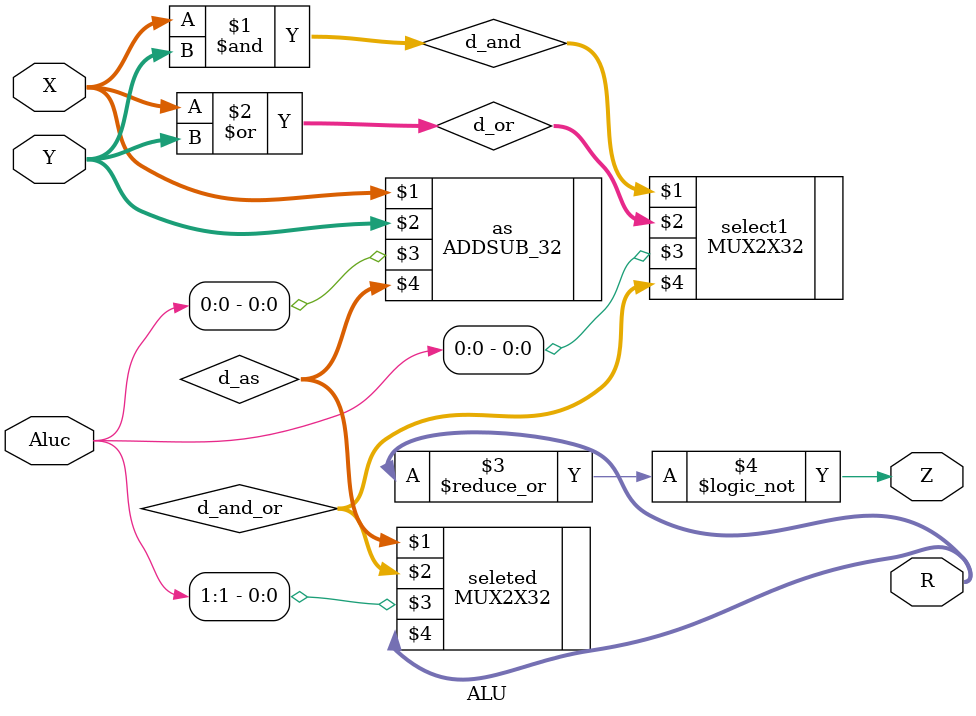
<source format=v>
module ALU(X,Y,Aluc,R,Z);
input [31:0]X,Y;
input [1:0]Aluc;
output [31:0]R;
output Z;
wire[31:0]d_as,d_and,d_or,d_and_or;
ADDSUB_32 as(X,Y,Aluc[0],d_as);
assign d_and=X&Y;
assign d_or=X|Y;
MUX2X32 select1(d_and,d_or,Aluc[0],d_and_or);
MUX2X32 seleted(d_as,d_and_or,Aluc[1],R);
assign Z=~|R;
endmodule

</source>
